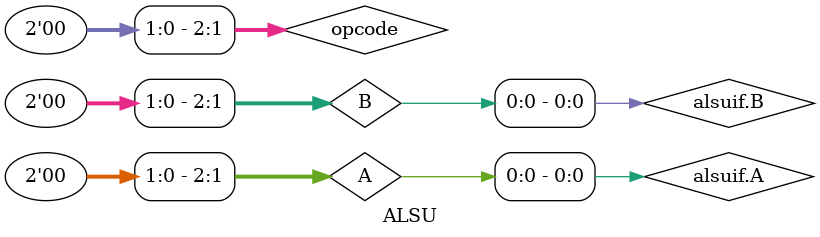
<source format=sv>
module ALSU(alsu_if.DUT alsuif);
/*parameter INPUT_PRIORITY = "A";
parameter FULL_ADDER = "ON";
*/
/*
input clk, rst, cin, red_op_A, red_op_B, bypass_A, bypass_B, direction, serial_in;
input [2:0] opcode;
input signed [2:0] A, B;
output reg [15:0] leds;
output reg signed [5:0] out;
*/

logic clk, rst, cin, red_op_A, red_op_B, bypass_A, bypass_B, direction, serial_in;
logic [2:0] opcode;
logic signed [2:0] A, B;
logic [15:0] leds;
logic signed [5:0] out;

assign clk = alsuif.clk;
assign rst = alsuif.rst;
assign cin = alsuif.cin;
assign red_op_A = alsuif.red_op_A;
assign red_op_B = alsuif.red_op_B;
assign bypass_A = alsuif.bypass_A;
assign bypass_B = alsuif.bypass_B;
assign direction = alsuif.direction;
assign serial_in = alsuif.serial_in;
assign opcode = alsuif.opcode;
assign A = alsuif.A;
assign B = alsuif.B;
assign alsuif.leds = leds;
assign alsuif.out = out;

reg red_op_A_reg, red_op_B_reg, bypass_A_reg, bypass_B_reg, direction_reg, serial_in_reg;
reg signed [1:0] cin_reg;
reg [2:0] opcode_reg;
reg signed [2:0] A_reg, B_reg;

wire invalid_red_op, invalid_opcode, invalid;

//Invalid handling
assign invalid_red_op = (red_op_A_reg | red_op_B_reg) & (opcode_reg[1] | opcode_reg[2]);
assign invalid_opcode = opcode_reg[1] & opcode_reg[2];
assign invalid = invalid_red_op | invalid_opcode;

//Registering input signals
always @(posedge clk or posedge rst) begin
  if(rst) begin
     cin_reg <= 0;
     red_op_B_reg <= 0;
     red_op_A_reg <= 0;
     bypass_B_reg <= 0;
     bypass_A_reg <= 0;
     direction_reg <= 0;
     serial_in_reg <= 0;
     opcode_reg <= 0;
     A_reg <= 0;
     B_reg <= 0;
  end else begin
     cin_reg <= cin;
     red_op_B_reg <= red_op_B;
     red_op_A_reg <= red_op_A;
     bypass_B_reg <= bypass_B;
     bypass_A_reg <= bypass_A;
     direction_reg <= direction;
     serial_in_reg <= serial_in;
     opcode_reg <= opcode;
     A_reg <= A;
     B_reg <= B;
  end
end

//leds output blinking 
always @(posedge clk or posedge rst) begin
  if(rst) begin
     leds <= 0;
  end else begin
      if (invalid)
        leds <= ~leds;
      else
        leds <= 0;
  end
end

//ALSU output processing
always @(posedge clk or posedge rst) begin
  if(rst) begin
    out <= 0;
  end
  else begin
    if (bypass_A_reg && bypass_B_reg)
      out <= (alsuif.INPUT_PRIORITY == "A")? A_reg: B_reg;
    else if (bypass_A_reg)
      out <= A_reg;
    else if (bypass_B_reg)
      out <= B_reg;
    else if(invalid)
      out <= 0;
    else begin
        case (opcode_reg)
          3'h0: begin 
            if (red_op_A_reg && red_op_B_reg)
              out = (alsuif.INPUT_PRIORITY == "A")? |A_reg: |B_reg;
            else if (red_op_A_reg) 
              out <= |A_reg;
            else if (red_op_B_reg)
              out <= |B_reg;
            else 
              out <= A_reg | B_reg;
          end
          3'h1: begin
            if (red_op_A_reg && red_op_B_reg)
              out <= (alsuif.INPUT_PRIORITY == "A")? ^A_reg: ^B_reg;
            else if (red_op_A_reg) 
              out <= ^A_reg;
            else if (red_op_B_reg)
              out <= ^B_reg;
            else 
              out <= A_reg ^ B_reg;
          end
          3'h2: 
		if(alsuif.FULL_ADDER == "ON")
			out <= A_reg + B_reg + cin_reg;
		else
			out <= A_reg + B_reg;
          3'h3: out <= A_reg * B_reg;
          3'h4: begin
            if (direction_reg)
              out <= {out[4:0], serial_in_reg};
            else
              out <= {serial_in_reg, out[5:1]};
          end
          3'h5: begin
            if (direction_reg)
              out <= {out[4:0], out[5]};
            else
              out <= {out[0], out[5:1]};
          end
        endcase
    end
  end
end

endmodule

</source>
